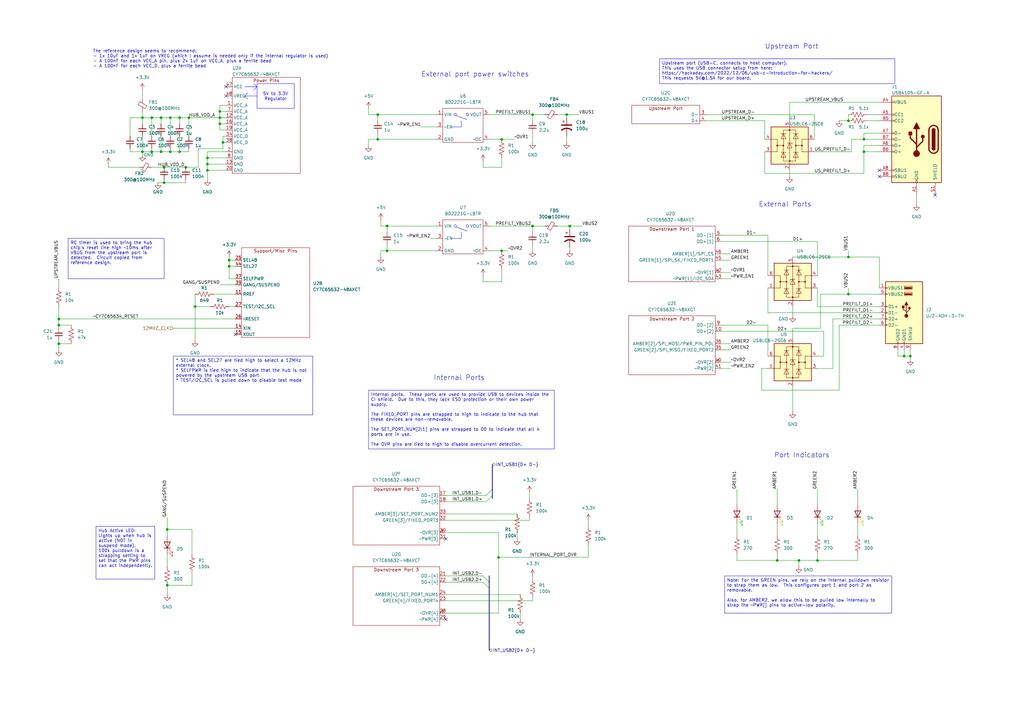
<source format=kicad_sch>
(kicad_sch (version 20230121) (generator eeschema)
  (paper "A3")
  (title_block (title "USB Hub"))
  (junction (at 233.68 92.71))
  (junction (at 93.98 106.68))
  (junction (at 90.17 45.72))
  (junction (at 80.01 125.73))
  (junction (at 77.47 48.26))
  (junction (at 62.23 48.26))
  (junction (at 68.58 240.03))
  (junction (at 205.74 57.15))
  (junction (at 218.44 92.71))
  (junction (at 66.04 48.26))
  (junction (at 62.23 62.23))
  (junction (at 24.13 130.81))
  (junction (at 347.98 105.41))
  (junction (at 67.31 74.93))
  (junction (at 154.94 46.99))
  (junction (at 370.84 146.05))
  (junction (at 58.42 48.26))
  (junction (at 68.58 217.17))
  (junction (at 67.31 68.58))
  (junction (at 69.85 48.26))
  (junction (at 91.44 58.42))
  (junction (at 85.09 64.77))
  (junction (at 69.85 62.23))
  (junction (at 354.33 62.23))
  (junction (at 335.28 229.87))
  (junction (at 85.09 67.31))
  (junction (at 373.38 146.05))
  (junction (at 73.66 62.23))
  (junction (at 90.17 48.26))
  (junction (at 327.66 229.87))
  (junction (at 347.98 49.53))
  (junction (at 24.13 140.97))
  (junction (at 154.94 57.15))
  (junction (at 158.75 102.87))
  (junction (at 73.66 48.26))
  (junction (at 205.74 102.87))
  (junction (at 93.98 109.22))
  (junction (at 347.98 120.65))
  (junction (at 158.75 92.71))
  (junction (at 90.17 50.8))
  (junction (at 58.42 62.23))
  (junction (at 24.13 133.35))
  (junction (at 85.09 69.85))
  (junction (at 354.33 57.15))
  (junction (at 232.41 46.99))
  (junction (at 204.47 228.6))
  (junction (at 76.2 68.58))
  (junction (at 218.44 46.99))
  (junction (at 66.04 62.23))
  (junction (at 318.77 229.87))
  (no_connect (at 96.52 137.16))
  (no_connect (at 360.68 69.85))
  (no_connect (at 92.71 39.37))
  (no_connect (at 360.68 72.39))
  (no_connect (at 182.88 220.98))
  (no_connect (at 383.54 80.01))
  (no_connect (at 92.71 35.56))
  (no_connect (at 182.88 254))
  (bus_entry (at 200.66 241.3) (size -2.54 -2.54))
  (bus_entry (at 201.93 203.2) (size -2.54 2.54))
  (bus_entry (at 201.93 200.66) (size -2.54 2.54))
  (bus_entry (at 200.66 238.76) (size -2.54 -2.54))
  (wire (pts (xy 62.23 48.26) (xy 62.23 55.88)))
  (wire (pts (xy 44.45 68.58) (xy 44.45 67.31)))
  (wire (pts (xy 295.91 104.14) (xy 299.72 104.14)))
  (wire (pts (xy 323.85 49.53) (xy 323.85 41.91)))
  (wire (pts (xy 77.47 62.23) (xy 73.66 62.23)))
  (wire (pts (xy 200.66 46.99) (xy 218.44 46.99)))
  (wire (pts (xy 314.96 96.52) (xy 314.96 113.03)))
  (wire (pts (xy 233.68 93.98) (xy 233.68 92.71)))
  (wire (pts (xy 313.69 62.23) (xy 313.69 71.12)))
  (wire (pts (xy 90.17 45.72) (xy 92.71 45.72)))
  (wire (pts (xy 344.17 160.02) (xy 344.17 133.35)))
  (wire (pts (xy 151.13 59.69) (xy 151.13 57.15)))
  (wire (pts (xy 29.21 140.97) (xy 24.13 140.97)))
  (wire (pts (xy 335.28 99.06) (xy 295.91 99.06)))
  (wire (pts (xy 81.28 68.58) (xy 81.28 60.96)))
  (wire (pts (xy 295.91 151.13) (xy 299.72 151.13)))
  (wire (pts (xy 77.47 60.96) (xy 77.47 62.23)))
  (wire (pts (xy 91.44 58.42) (xy 91.44 55.88)))
  (wire (pts (xy 86.36 125.73) (xy 80.01 125.73)))
  (wire (pts (xy 93.98 106.68) (xy 93.98 105.41)))
  (wire (pts (xy 313.69 71.12) (xy 354.33 71.12)))
  (wire (pts (xy 73.66 55.88) (xy 73.66 62.23)))
  (wire (pts (xy 312.42 151.13) (xy 312.42 160.02)))
  (wire (pts (xy 69.85 60.96) (xy 69.85 62.23)))
  (wire (pts (xy 205.74 64.77) (xy 205.74 68.58)))
  (wire (pts (xy 156.21 105.41) (xy 156.21 102.87)))
  (wire (pts (xy 295.91 111.76) (xy 299.72 111.76)))
  (wire (pts (xy 368.3 143.51) (xy 368.3 146.05)))
  (wire (pts (xy 302.26 227.33) (xy 302.26 229.87)))
  (wire (pts (xy 302.26 214.63) (xy 302.26 219.71)))
  (wire (pts (xy 347.98 105.41) (xy 360.68 105.41)))
  (wire (pts (xy 314.96 96.52) (xy 295.91 96.52)))
  (wire (pts (xy 204.47 251.46) (xy 204.47 228.6)))
  (wire (pts (xy 335.28 214.63) (xy 335.28 219.71)))
  (wire (pts (xy 200.66 92.71) (xy 218.44 92.71)))
  (wire (pts (xy 232.41 55.88) (xy 232.41 58.42)))
  (wire (pts (xy 204.47 228.6) (xy 241.3 228.6)))
  (wire (pts (xy 93.98 106.68) (xy 96.52 106.68)))
  (wire (pts (xy 91.44 60.96) (xy 91.44 58.42)))
  (wire (pts (xy 24.13 125.73) (xy 24.13 130.81)))
  (wire (pts (xy 351.79 214.63) (xy 351.79 219.71)))
  (wire (pts (xy 182.88 210.82) (xy 212.09 210.82)))
  (wire (pts (xy 90.17 116.84) (xy 96.52 116.84)))
  (wire (pts (xy 218.44 54.61) (xy 218.44 58.42)))
  (wire (pts (xy 217.17 201.93) (xy 217.17 204.47)))
  (wire (pts (xy 295.91 148.59) (xy 299.72 148.59)))
  (wire (pts (xy 179.07 46.99) (xy 154.94 46.99)))
  (wire (pts (xy 58.42 48.26) (xy 58.42 50.8)))
  (wire (pts (xy 182.88 243.84) (xy 213.36 243.84)))
  (wire (pts (xy 182.88 238.76) (xy 198.12 238.76)))
  (wire (pts (xy 373.38 143.51) (xy 373.38 146.05)))
  (wire (pts (xy 91.44 58.42) (xy 92.71 58.42)))
  (wire (pts (xy 77.47 48.26) (xy 90.17 48.26)))
  (wire (pts (xy 96.52 114.3) (xy 93.98 114.3)))
  (wire (pts (xy 313.69 49.53) (xy 289.56 49.53)))
  (wire (pts (xy 323.85 69.85) (xy 323.85 72.39)))
  (wire (pts (xy 354.33 62.23) (xy 354.33 71.12)))
  (wire (pts (xy 67.31 73.66) (xy 67.31 74.93)))
  (wire (pts (xy 158.75 92.71) (xy 179.07 92.71)))
  (wire (pts (xy 80.01 120.65) (xy 80.01 125.73)))
  (wire (pts (xy 66.04 48.26) (xy 62.23 48.26)))
  (wire (pts (xy 205.74 102.87) (xy 208.28 102.87)))
  (wire (pts (xy 90.17 50.8) (xy 92.71 50.8)))
  (wire (pts (xy 347.98 49.53) (xy 344.17 49.53)))
  (wire (pts (xy 205.74 57.15) (xy 210.82 57.15)))
  (wire (pts (xy 67.31 68.58) (xy 76.2 68.58)))
  (wire (pts (xy 151.13 46.99) (xy 154.94 46.99)))
  (wire (pts (xy 218.44 92.71) (xy 218.44 95.25)))
  (wire (pts (xy 347.98 102.87) (xy 347.98 105.41)))
  (wire (pts (xy 295.91 106.68) (xy 299.72 106.68)))
  (wire (pts (xy 327.66 229.87) (xy 327.66 232.41)))
  (wire (pts (xy 218.44 245.11) (xy 218.44 246.38)))
  (wire (pts (xy 314.96 128.27) (xy 360.68 128.27)))
  (wire (pts (xy 182.88 218.44) (xy 204.47 218.44)))
  (wire (pts (xy 341.63 130.81) (xy 360.68 130.81)))
  (wire (pts (xy 90.17 53.34) (xy 92.71 53.34)))
  (wire (pts (xy 218.44 46.99) (xy 223.52 46.99)))
  (wire (pts (xy 335.28 229.87) (xy 327.66 229.87)))
  (wire (pts (xy 176.53 97.79) (xy 179.07 97.79)))
  (wire (pts (xy 205.74 68.58) (xy 198.12 68.58)))
  (wire (pts (xy 58.42 36.83) (xy 58.42 40.64)))
  (wire (pts (xy 295.91 143.51) (xy 299.72 143.51)))
  (wire (pts (xy 93.98 114.3) (xy 93.98 109.22)))
  (wire (pts (xy 318.77 229.87) (xy 327.66 229.87)))
  (wire (pts (xy 156.21 92.71) (xy 158.75 92.71)))
  (wire (pts (xy 347.98 46.99) (xy 347.98 49.53)))
  (wire (pts (xy 24.13 139.7) (xy 24.13 140.97)))
  (wire (pts (xy 68.58 217.17) (xy 68.58 212.09)))
  (wire (pts (xy 90.17 48.26) (xy 90.17 50.8)))
  (wire (pts (xy 325.12 168.91) (xy 325.12 158.75)))
  (wire (pts (xy 318.77 200.66) (xy 318.77 207.01)))
  (wire (pts (xy 370.84 146.05) (xy 373.38 146.05)))
  (wire (pts (xy 228.6 46.99) (xy 232.41 46.99)))
  (wire (pts (xy 179.07 57.15) (xy 154.94 57.15)))
  (wire (pts (xy 318.77 227.33) (xy 318.77 229.87)))
  (wire (pts (xy 241.3 228.6) (xy 241.3 223.52)))
  (wire (pts (xy 90.17 45.72) (xy 90.17 48.26)))
  (wire (pts (xy 24.13 134.62) (xy 24.13 133.35)))
  (wire (pts (xy 58.42 62.23) (xy 58.42 63.5)))
  (wire (pts (xy 336.55 120.65) (xy 347.98 120.65)))
  (wire (pts (xy 85.09 73.66) (xy 85.09 69.85)))
  (wire (pts (xy 217.17 212.09) (xy 217.17 213.36)))
  (bus (pts (xy 201.93 203.2) (xy 201.93 204.47)))
  (wire (pts (xy 335.28 151.13) (xy 341.63 151.13)))
  (wire (pts (xy 182.88 251.46) (xy 204.47 251.46)))
  (wire (pts (xy 370.84 143.51) (xy 370.84 146.05)))
  (wire (pts (xy 68.58 217.17) (xy 68.58 219.71)))
  (wire (pts (xy 198.12 115.57) (xy 198.12 113.03)))
  (wire (pts (xy 156.21 102.87) (xy 158.75 102.87)))
  (wire (pts (xy 69.85 62.23) (xy 66.04 62.23)))
  (wire (pts (xy 78.74 234.95) (xy 78.74 240.03)))
  (wire (pts (xy 217.17 213.36) (xy 182.88 213.36)))
  (wire (pts (xy 347.98 120.65) (xy 360.68 120.65)))
  (wire (pts (xy 71.12 134.62) (xy 96.52 134.62)))
  (wire (pts (xy 62.23 68.58) (xy 67.31 68.58)))
  (wire (pts (xy 355.6 49.53) (xy 360.68 49.53)))
  (wire (pts (xy 335.28 227.33) (xy 335.28 229.87)))
  (wire (pts (xy 323.85 41.91) (xy 360.68 41.91)))
  (wire (pts (xy 53.34 48.26) (xy 58.42 48.26)))
  (wire (pts (xy 198.12 68.58) (xy 198.12 66.04)))
  (wire (pts (xy 78.74 217.17) (xy 68.58 217.17)))
  (wire (pts (xy 347.98 118.11) (xy 347.98 120.65)))
  (wire (pts (xy 213.36 251.46) (xy 213.36 254)))
  (wire (pts (xy 354.33 57.15) (xy 349.25 57.15)))
  (wire (pts (xy 154.94 57.15) (xy 154.94 54.61)))
  (wire (pts (xy 360.68 105.41) (xy 360.68 118.11)))
  (wire (pts (xy 182.88 246.38) (xy 218.44 246.38)))
  (wire (pts (xy 228.6 92.71) (xy 233.68 92.71)))
  (wire (pts (xy 337.82 135.89) (xy 337.82 146.05)))
  (wire (pts (xy 295.91 140.97) (xy 299.72 140.97)))
  (bus (pts (xy 201.93 190.5) (xy 201.93 200.66)))
  (wire (pts (xy 151.13 57.15) (xy 154.94 57.15)))
  (wire (pts (xy 85.09 62.23) (xy 92.71 62.23)))
  (wire (pts (xy 76.2 73.66) (xy 76.2 74.93)))
  (wire (pts (xy 351.79 227.33) (xy 351.79 229.87)))
  (wire (pts (xy 218.44 100.33) (xy 218.44 102.87)))
  (wire (pts (xy 151.13 44.45) (xy 151.13 46.99)))
  (wire (pts (xy 335.28 99.06) (xy 335.28 113.03)))
  (wire (pts (xy 62.23 62.23) (xy 58.42 62.23)))
  (wire (pts (xy 295.91 114.3) (xy 299.72 114.3)))
  (wire (pts (xy 289.56 46.99) (xy 334.01 46.99)))
  (wire (pts (xy 78.74 240.03) (xy 68.58 240.03)))
  (wire (pts (xy 24.13 130.81) (xy 24.13 133.35)))
  (wire (pts (xy 334.01 46.99) (xy 334.01 57.15)))
  (wire (pts (xy 368.3 146.05) (xy 370.84 146.05)))
  (wire (pts (xy 85.09 67.31) (xy 92.71 67.31)))
  (wire (pts (xy 354.33 62.23) (xy 354.33 59.69)))
  (wire (pts (xy 233.68 101.6) (xy 233.68 102.87)))
  (wire (pts (xy 93.98 109.22) (xy 93.98 106.68)))
  (wire (pts (xy 375.92 80.01) (xy 375.92 83.82)))
  (wire (pts (xy 335.28 146.05) (xy 337.82 146.05)))
  (wire (pts (xy 334.01 62.23) (xy 349.25 62.23)))
  (wire (pts (xy 93.98 125.73) (xy 96.52 125.73)))
  (wire (pts (xy 295.91 133.35) (xy 314.96 133.35)))
  (wire (pts (xy 66.04 62.23) (xy 62.23 62.23)))
  (wire (pts (xy 336.55 134.62) (xy 325.12 134.62)))
  (wire (pts (xy 360.68 54.61) (xy 354.33 54.61)))
  (bus (pts (xy 200.66 236.22) (xy 200.66 238.76)))
  (wire (pts (xy 90.17 43.18) (xy 90.17 45.72)))
  (wire (pts (xy 24.13 114.3) (xy 24.13 118.11)))
  (wire (pts (xy 85.09 64.77) (xy 85.09 62.23)))
  (wire (pts (xy 172.72 52.07) (xy 179.07 52.07)))
  (wire (pts (xy 81.28 60.96) (xy 91.44 60.96)))
  (wire (pts (xy 313.69 49.53) (xy 313.69 57.15)))
  (wire (pts (xy 85.09 67.31) (xy 85.09 64.77)))
  (wire (pts (xy 73.66 50.8) (xy 73.66 48.26)))
  (wire (pts (xy 302.26 200.66) (xy 302.26 207.01)))
  (wire (pts (xy 360.68 62.23) (xy 354.33 62.23)))
  (wire (pts (xy 66.04 55.88) (xy 66.04 62.23)))
  (wire (pts (xy 312.42 151.13) (xy 314.96 151.13)))
  (wire (pts (xy 158.75 92.71) (xy 158.75 95.25)))
  (wire (pts (xy 354.33 54.61) (xy 354.33 57.15)))
  (wire (pts (xy 53.34 62.23) (xy 58.42 62.23)))
  (wire (pts (xy 44.45 68.58) (xy 57.15 68.58)))
  (bus (pts (xy 200.66 238.76) (xy 200.66 241.3)))
  (wire (pts (xy 91.44 55.88) (xy 92.71 55.88)))
  (wire (pts (xy 335.28 125.73) (xy 360.68 125.73)))
  (wire (pts (xy 351.79 200.66) (xy 351.79 207.01)))
  (wire (pts (xy 77.47 55.88) (xy 77.47 48.26)))
  (wire (pts (xy 325.12 105.41) (xy 347.98 105.41)))
  (wire (pts (xy 218.44 92.71) (xy 223.52 92.71)))
  (wire (pts (xy 73.66 62.23) (xy 69.85 62.23)))
  (wire (pts (xy 233.68 92.71) (xy 238.76 92.71)))
  (wire (pts (xy 218.44 236.22) (xy 218.44 237.49)))
  (wire (pts (xy 232.41 46.99) (xy 237.49 46.99)))
  (wire (pts (xy 318.77 214.63) (xy 318.77 219.71)))
  (wire (pts (xy 158.75 102.87) (xy 179.07 102.87)))
  (wire (pts (xy 205.74 115.57) (xy 198.12 115.57)))
  (wire (pts (xy 92.71 43.18) (xy 90.17 43.18)))
  (wire (pts (xy 69.85 48.26) (xy 66.04 48.26)))
  (wire (pts (xy 80.01 125.73) (xy 80.01 139.7)))
  (wire (pts (xy 200.66 102.87) (xy 205.74 102.87)))
  (wire (pts (xy 68.58 227.33) (xy 68.58 232.41)))
  (wire (pts (xy 76.2 68.58) (xy 81.28 68.58)))
  (wire (pts (xy 325.12 125.73) (xy 325.12 129.54)))
  (wire (pts (xy 205.74 110.49) (xy 205.74 115.57)))
  (wire (pts (xy 200.66 57.15) (xy 205.74 57.15)))
  (wire (pts (xy 77.47 48.26) (xy 73.66 48.26)))
  (wire (pts (xy 66.04 48.26) (xy 66.04 50.8)))
  (wire (pts (xy 295.91 135.89) (xy 337.82 135.89)))
  (wire (pts (xy 302.26 229.87) (xy 318.77 229.87)))
  (bus (pts (xy 200.66 241.3) (xy 200.66 266.7)))
  (wire (pts (xy 156.21 90.17) (xy 156.21 92.71)))
  (wire (pts (xy 355.6 46.99) (xy 360.68 46.99)))
  (wire (pts (xy 53.34 55.88) (xy 53.34 48.26)))
  (wire (pts (xy 58.42 55.88) (xy 58.42 62.23)))
  (wire (pts (xy 182.88 205.74) (xy 199.39 205.74)))
  (wire (pts (xy 24.13 133.35) (xy 29.21 133.35)))
  (wire (pts (xy 68.58 240.03) (xy 68.58 243.84)))
  (wire (pts (xy 335.28 229.87) (xy 351.79 229.87)))
  (wire (pts (xy 218.44 49.53) (xy 218.44 46.99)))
  (wire (pts (xy 90.17 48.26) (xy 92.71 48.26)))
  (wire (pts (xy 58.42 45.72) (xy 58.42 48.26)))
  (wire (pts (xy 312.42 160.02) (xy 344.17 160.02)))
  (wire (pts (xy 341.63 151.13) (xy 341.63 130.81)))
  (wire (pts (xy 67.31 74.93) (xy 64.77 74.93)))
  (wire (pts (xy 212.09 218.44) (xy 212.09 220.98)))
  (wire (pts (xy 73.66 48.26) (xy 69.85 48.26)))
  (wire (pts (xy 349.25 57.15) (xy 349.25 62.23)))
  (wire (pts (xy 87.63 120.65) (xy 96.52 120.65)))
  (wire (pts (xy 373.38 146.05) (xy 373.38 147.32)))
  (wire (pts (xy 78.74 227.33) (xy 78.74 217.17)))
  (wire (pts (xy 325.12 134.62) (xy 325.12 138.43)))
  (wire (pts (xy 154.94 46.99) (xy 154.94 49.53)))
  (wire (pts (xy 62.23 48.26) (xy 58.42 48.26)))
  (wire (pts (xy 314.96 118.11) (xy 314.96 128.27)))
  (wire (pts (xy 354.33 59.69) (xy 360.68 59.69)))
  (wire (pts (xy 85.09 69.85) (xy 92.71 69.85)))
  (wire (pts (xy 335.28 118.11) (xy 335.28 125.73)))
  (wire (pts (xy 96.52 109.22) (xy 93.98 109.22)))
  (wire (pts (xy 24.13 130.81) (xy 96.52 130.81)))
  (wire (pts (xy 344.17 133.35) (xy 360.68 133.35)))
  (wire (pts (xy 354.33 57.15) (xy 360.68 57.15)))
  (wire (pts (xy 241.3 213.36) (xy 241.3 215.9)))
  (wire (pts (xy 182.88 236.22) (xy 198.12 236.22)))
  (wire (pts (xy 232.41 46.99) (xy 232.41 48.26)))
  (wire (pts (xy 24.13 140.97) (xy 24.13 143.51)))
  (wire (pts (xy 90.17 50.8) (xy 90.17 53.34)))
  (wire (pts (xy 69.85 48.26) (xy 69.85 55.88)))
  (wire (pts (xy 335.28 200.66) (xy 335.28 207.01)))
  (wire (pts (xy 314.96 133.35) (xy 314.96 146.05)))
  (wire (pts (xy 85.09 69.85) (xy 85.09 67.31)))
  (wire (pts (xy 182.88 203.2) (xy 199.39 203.2)))
  (wire (pts (xy 336.55 120.65) (xy 336.55 134.62)))
  (wire (pts (xy 76.2 74.93) (xy 67.31 74.93)))
  (wire (pts (xy 204.47 218.44) (xy 204.47 228.6)))
  (wire (pts (xy 53.34 60.96) (xy 53.34 62.23)))
  (wire (pts (xy 85.09 64.77) (xy 92.71 64.77)))
  (wire (pts (xy 62.23 60.96) (xy 62.23 62.23)))
  (wire (pts (xy 158.75 100.33) (xy 158.75 102.87)))
  (bus (pts (xy 201.93 200.66) (xy 201.93 203.2)))
  (text_box "Hub Active LED:\nLights up when hub is active (NOT in suspend mode).  \n100k pulldown is a strapping setting to set that the PWR pins can act independently." (at 39.37 215.9 0) (size 24.13 21.59) (effects (font (size 1.27 1.27)) (justify left top)))
  (text_box "Internal ports.  These ports are used to provide USB to devices inside the CI shield.  Due to this, they lack ESD protection or their own power supply.\n\nThe FIXED_PORT pins are strapped to high to indicate to the hub that these devices are non-removable.\n\nThe SET_PORT_NUM[2:1] pins are strapped to 00 to indicate that all 4 ports are in use.\n\nThe OVR pins are tied to high to disable overcurrent detection." (at 151.13 160.02 0) (size 76.2 24.13) (effects (font (size 1.27 1.27)) (justify left top)))
  (text_box "Note: For the GREEN pins, we rely on the internal pulldown resistor to strap them as low.  This configures port 1 and port 2 as removable.\n\nAlso, for AMBER2, we allow this to be pulled low internally to strap the ~PWR[] pins to active-low polarity." (at 297.18 236.22 0) (size 68.58 15.24) (effects (font (size 1.27 1.27)) (justify left top)))
  (text_box "Upstream port (USB-C, connects to host computer).\nThis uses the USB connector setup from here:\nhttps://hackaday.com/2022/12/06/usb-c-introduction-for-hackers/\nThis requests 5V@1.5A for our board." (at 270.51 24.13 0) (size 96.52 10.16) (effects (font (size 1.27 1.27)) (justify left top)))
  (text_box "RC timer is used to bring the hub chip's reset line high ~10ms after VBUS from the upstream port is detected.  Circuit copied from reference design." (at 27.94 97.79 0) (size 39.37 16.51) (effects (font (size 1.27 1.27)) (justify left top)))
  (text_box "* SEL48 and SEL27 are tied high to select a 12MHz external clock.\n* SELFPWR is tied high to indicate that the hub is not powered by the upstream USB port\n* TEST/I2C_SCL is pulled down to disable test mode" (at 71.12 146.05 0) (size 57.15 24.13) (effects (font (size 1.27 1.27)) (justify left top)))
  (text "Port Indicators" (at 317.5 187.96 0) (effects (font (size 2 2)) (justify left bottom)))
  (text "External port power switches" (at 172.72 31.75 0) (effects (font (size 2 2)) (justify left bottom)))
  (text "External Ports" (at 311.15 85.09 0) (effects (font (size 2 2)) (justify left bottom)))
  (text "The reference design seems to recommend:\n- 1x 10uF and 1x 1uF on VREG (which I assume is needed only if the internal regulator is used)\n- A 100nF for each VCC_A pin, plus 2x 1uF on VCC_A, plus a ferrite bead\n- A 100nF for each VCC_D, plus a ferrite bead" (at 38.1 27.94 0) (effects (font (size 1.27 1.27)) (justify left bottom)))
  (text "Upstream Port" (at 313.69 20.32 0) (effects (font (size 2 2)) (justify left bottom)))
  (text "Internal Ports" (at 177.8 156.21 0) (effects (font (size 2 2)) (justify left bottom)))
  (label "GREEN1" (at 299.72 106.68 0))
  (label "INT_USB1.D+" (at 185.42 205.74 0))
  (label "VBUS2" (at 238.76 92.71 0))
  (label "AMBER1" (at 299.72 104.14 0))
  (label "PREFILT_D1-" (at 358.14 128.27 180))
  (label "GREEN2" (at 299.72 143.51 0))
  (label "PREFILT_VBUS2" (at 203.2 92.71 0))
  (label "GANG{slash}SUSPEND" (at 90.17 116.84 180))
  (label "GANG{slash}SUSPEND" (at 68.58 212.09 90))
  (label "D1+" (at 325.12 99.06 0))
  (label "~OVR1" (at 299.72 111.76 0))
  (label "UPSTREAM_VBUS" (at 24.13 114.3 90))
  (label "D2-" (at 306.07 133.35 0))
  (label "PREFILT_D2+" (at 358.14 130.81 180))
  (label "D1-" (at 306.07 96.52 0))
  (label "PREFILT_VBUS1" (at 203.2 46.99 0))
  (label "~PWR_EN2" (at 176.53 97.79 180))
  (label "AMBER2" (at 299.72 140.97 0))
  (label "UPSTREAM_D-" (at 295.91 46.99 0))
  (label "AMBER2" (at 351.79 200.66 90))
  (label "AMBER1" (at 318.77 200.66 90))
  (label "INT_USB2.D-" (at 185.42 236.22 0))
  (label "UPSTREAM_VBUS" (at 330.2 41.91 0))
  (label "VBUS1" (at 237.49 46.99 0))
  (label "~OVR1" (at 210.82 57.15 0))
  (label "INTERNAL_PORT_OVR" (at 217.17 228.6 0))
  (label "INT_USB1.D-" (at 185.42 203.2 0))
  (label "~OVR2" (at 208.28 102.87 0))
  (label "PREFILT_D2-" (at 358.14 133.35 180))
  (label "US_PREFILT_D+" (at 334.01 71.12 0))
  (label "~OVR2" (at 299.72 148.59 0))
  (label "~PWR_EN2" (at 299.72 151.13 0))
  (label "D2+" (at 318.77 135.89 0))
  (label "INT_USB2.D+" (at 185.42 238.76 0))
  (label "VBUS2" (at 347.98 118.11 90))
  (label "UPSTREAM_D+" (at 295.91 49.53 0))
  (label "~PWR_EN1" (at 299.72 114.3 0))
  (label "US_PREFILT_D-" (at 334.01 62.23 0))
  (label "HUB_VDD_D" (at 64.77 68.58 0))
  (label "VBUS1" (at 347.98 102.87 90))
  (label "GREEN1" (at 302.26 200.66 90))
  (label "PREFILT_D1+" (at 358.14 125.73 180))
  (label "~CY7C65634_RESET" (at 38.1 130.81 0))
  (label "~PWR_EN1" (at 172.72 52.07 180))
  (label "GREEN2" (at 335.28 200.66 90))
  (label "HUB_VDD_A" (at 77.47 48.26 0))
  (hierarchical_label "INT_USB1{D+ D-}" (shape bidirectional) (at 201.93 190.5 0))
  (hierarchical_label "INT_USB2{D+ D-}" (shape bidirectional) (at 200.66 266.7 0))
  (hierarchical_label "12MHZ_CLK" (shape input) (at 71.12 134.62 180))
  (symbol (lib_id "Device:C_Small") (at 218.44 97.79 180) (unit 1)
    (property "Reference" "C19" (at 220.98 96.5136 0) (effects (justify right)))
    (property "Value" "2.2u" (at 220.98 99.0536 0) (effects (justify right)))
    (property "Footprint" "Capacitor_SMD:C_1206_3216Metric" (effects hide))
  )
  (symbol (lib_id "Device:R_US") (at 241.3 219.71 0) (unit 1)
    (property "Reference" "R1" (at 243.84 218.44 0) (effects (justify left)))
    (property "Value" "100k" (at 243.84 220.98 0) (effects (justify left)))
    (property "Footprint" "Resistor_SMD:R_1206_3216Metric" (effects hide))
    (instances (project "mbed-ce-ci-shield-v2" (path "" (reference "R1") (unit 1)) (path "" (reference "R8") (unit 1))))
  )
  (symbol (lib_id "Device:R_US") (at 302.26 223.52 0) (unit 1)
    (property "Reference" "R1" (at 304.8 222.25 0) (effects (justify left)))
    (property "Value" "270" (at 304.8 224.79 0) (effects (justify left)))
    (property "Footprint" "Resistor_SMD:R_1206_3216Metric" (effects hide))
    (instances (project "mbed-ce-ci-shield-v2" (path "" (reference "R1") (unit 1)) (path "" (reference "R17") (unit 1))))
  )
  (symbol (lib_id "project libraries:BD2221G-LBTR") (at 177.8 57.15 0) (unit 1)
    (property "Reference" "U6" (at 189.865 39.37 0))
    (property "Value" "BD2221G-LBTR" (at 189.865 41.91 0))
    (property "Footprint" "Package_TO_SOT_SMD:SOT-23-5" (effects hide))
    (property "Datasheet" "https://www.digikey.com/htmldatasheets/production/1836544/0/0/1/bd2220g-lb-bd2221g-lb.pdf" (effects hide))
    (property "SKU" "BD2221G-LBTRCT-ND" (effects hide))
  )
  (symbol (lib_id "power:GND") (at 232.41 58.42 0) (unit 1)
    (property "Reference" "#PWR01" (effects hide))
    (property "Value" "GND" (at 232.41 63.5 0))
    (instances (project "mbed-ce-ci-shield-v2" (path "" (reference "#PWR01") (unit 1)) (path "" (reference "#PWR034") (unit 1))))
  )
  (symbol (lib_id "project libraries:CY7C65632-48AXCT") (at 99.06 101.6 0) (unit 2)
    (property "Reference" "U2" (at 128.27 116.205 0) (effects (justify left)))
    (property "Value" "CY7C65632-48AXCT" (at 128.27 118.745 0) (effects (justify left)))
    (property "Footprint" "Package_QFP:LQFP-48_7x7mm_P0.5mm" (effects hide))
    (property "Datasheet" "https://www.cypress.com/file/114101/download" (effects hide))
    (property "SKU" "448-CY7C65632-48AXCT-ND" (effects hide))
  )
  (symbol (lib_id "Device:C_Small") (at 53.34 58.42 180) (unit 1)
    (property "Reference" "C7" (at 55.88 57.1436 0) (effects (justify right)))
    (property "Value" "100n" (at 55.88 59.6836 0) (effects (justify right)))
    (property "Footprint" "Capacitor_SMD:C_1206_3216Metric" (effects hide))
  )
  (symbol (lib_id "project libraries:CY7C65632-48AXCT") (at 262.89 129.54 0) (unit 5)
    (property "Reference" "U2" (at 275.59 124.46 0))
    (property "Value" "CY7C65632-48AXCT" (at 275.59 127 0))
    (property "Footprint" "Package_QFP:LQFP-48_7x7mm_P0.5mm" (effects hide))
    (property "Datasheet" "https://www.cypress.com/file/114101/download" (effects hide))
    (property "SKU" "448-CY7C65632-48AXCT-ND" (effects hide))
  )
  (symbol (lib_id "Device:R_US") (at 205.74 60.96 0) (unit 1)
    (property "Reference" "R1" (at 208.28 59.69 0) (effects (justify left)))
    (property "Value" "100k" (at 208.28 62.23 0) (effects (justify left)))
    (property "Footprint" "Resistor_SMD:R_1206_3216Metric" (effects hide))
    (instances (project "mbed-ce-ci-shield-v2" (path "" (reference "R1") (unit 1)) (path "" (reference "R9") (unit 1))))
  )
  (symbol (lib_id "Device:R_US") (at 351.79 49.53 270) (unit 1)
    (property "Reference" "R1" (at 349.25 52.07 90))
    (property "Value" "5.1k" (at 354.33 52.07 90))
    (property "Footprint" "Resistor_SMD:R_1206_3216Metric" (effects hide))
    (instances (project "mbed-ce-ci-shield-v2" (path "" (reference "R1") (unit 1)) (path "" (reference "R3") (unit 1))))
  )
  (symbol (lib_id "power:GND") (at 151.13 59.69 0) (unit 1)
    (property "Reference" "#PWR01" (effects hide))
    (property "Value" "GND" (at 151.13 64.77 0))
    (instances (project "mbed-ce-ci-shield-v2" (path "" (reference "#PWR01") (unit 1)) (path "" (reference "#PWR018") (unit 1))))
  )
  (symbol (lib_id "power:GND") (at 375.92 83.82 0) (unit 1)
    (property "Reference" "#PWR01" (effects hide))
    (property "Value" "GND" (at 375.92 88.9 0))
    (instances (project "mbed-ce-ci-shield-v2" (path "" (reference "#PWR01") (unit 1)) (path "" (reference "#PWR07") (unit 1))))
  )
  (symbol (lib_id "power:GND") (at 218.44 58.42 0) (unit 1)
    (property "Reference" "#PWR01" (effects hide))
    (property "Value" "GND" (at 218.44 63.5 0))
    (instances (project "mbed-ce-ci-shield-v2" (path "" (reference "#PWR01") (unit 1)) (path "" (reference "#PWR033") (unit 1))))
  )
  (symbol (lib_id "Device:C_Small") (at 24.13 137.16 0) (mirror x) (unit 1)
    (property "Reference" "C21" (at 21.59 135.8836 0) (effects (justify right)))
    (property "Value" "1u" (at 21.59 138.4236 0) (effects (justify right)))
    (property "Footprint" "Capacitor_SMD:C_1206_3216Metric" (effects hide))
  )
  (symbol (lib_id "Device:R_US") (at 351.79 223.52 0) (unit 1)
    (property "Reference" "R1" (at 354.33 222.25 0) (effects (justify left)))
    (property "Value" "300" (at 354.33 224.79 0) (effects (justify left)))
    (property "Footprint" "Resistor_SMD:R_1206_3216Metric" (effects hide))
    (instances (project "mbed-ce-ci-shield-v2" (path "" (reference "R1") (unit 1)) (path "" (reference "R20") (unit 1))))
  )
  (symbol (lib_id "Device:C_Small") (at 69.85 58.42 180) (unit 1)
    (property "Reference" "C2" (at 72.39 57.1436 0) (effects (justify right)))
    (property "Value" "100n" (at 72.39 59.6836 0) (effects (justify right)))
    (property "Footprint" "Capacitor_SMD:C_1206_3216Metric" (effects hide))
  )
  (symbol (lib_id "power:GND") (at 325.12 168.91 0) (unit 1)
    (property "Reference" "#PWR01" (effects hide))
    (property "Value" "GND" (at 325.12 173.99 0))
    (instances (project "mbed-ce-ci-shield-v2" (path "" (reference "#PWR01") (unit 1)) (path "" (reference "#PWR011") (unit 1))))
  )
  (symbol (lib_id "power:+5V") (at 156.21 90.17 0) (unit 1)
    (property "Reference" "#PWR020" (effects hide))
    (property "Value" "+5V" (at 156.21 85.09 0))
  )
  (symbol (lib_id "ColorLEDs:AA3528SURSK") (at 68.58 223.52 90) (unit 1)
    (property "Reference" "D5" (at 72.39 225.1075 90) (effects (justify right)))
    (property "Value" "AA3528SURSK" (effects hide))
    (property "Footprint" "ColorLEDs:AA3528" (effects hide))
    (property "Datasheet" "https://www.kingbrightusa.com/images/catalog/SPEC/AA3528SURSK.pdf" (effects hide))
    (property "SKU" "754-1537-1-ND" (effects hide))
  )
  (symbol (lib_id "Device:C_Polarized_US") (at 232.41 52.07 0) (unit 1)
    (property "Reference" "C18" (at 236.22 50.165 0) (effects (justify left)))
    (property "Value" "100u" (at 236.22 52.705 0) (effects (justify left)))
    (property "Footprint" "Capacitor_THT:CP_Radial_D8.0mm_P3.50mm" (effects hide))
    (property "Datasheet" "https://www.mouser.com/datasheet/2/293/e_rl8-1889936.pdf" (effects hide))
    (property "SKU" "493-6630-1-ND" (effects hide))
  )
  (symbol (lib_id "power:GND") (at 373.38 147.32 0) (unit 1)
    (property "Reference" "#PWR01" (effects hide))
    (property "Value" "GND" (at 373.38 152.4 0))
    (instances (project "mbed-ce-ci-shield-v2" (path "" (reference "#PWR01") (unit 1)) (path "" (reference "#PWR010") (unit 1))))
  )
  (symbol (lib_id "Device:R_US") (at 90.17 125.73 90) (unit 1)
    (property "Reference" "R1" (at 90.17 123.19 90))
    (property "Value" "10k" (at 90.17 128.27 90))
    (property "Footprint" "Resistor_SMD:R_1206_3216Metric" (effects hide))
    (instances (project "mbed-ce-ci-shield-v2" (path "" (reference "R1") (unit 1)) (path "" (reference "R15") (unit 1))))
  )
  (symbol (lib_id "power:+5V") (at 151.13 44.45 0) (unit 1)
    (property "Reference" "#PWR017" (effects hide))
    (property "Value" "+5V" (at 151.13 39.37 0))
  )
  (symbol (lib_id "project libraries:CY7C65632-48AXCT") (at 262.89 92.71 0) (unit 4)
    (property "Reference" "U2" (at 274.955 87.63 0))
    (property "Value" "CY7C65632-48AXCT" (at 274.955 90.17 0))
    (property "Footprint" "Package_QFP:LQFP-48_7x7mm_P0.5mm" (effects hide))
    (property "Datasheet" "https://www.cypress.com/file/114101/download" (effects hide))
    (property "SKU" "448-CY7C65632-48AXCT-ND" (effects hide))
  )
  (symbol (lib_id "Device:R_US") (at 318.77 223.52 0) (unit 1)
    (property "Reference" "R1" (at 321.31 222.25 0) (effects (justify left)))
    (property "Value" "300" (at 321.31 224.79 0) (effects (justify left)))
    (property "Footprint" "Resistor_SMD:R_1206_3216Metric" (effects hide))
    (instances (project "mbed-ce-ci-shield-v2" (path "" (reference "R1") (unit 1)) (path "" (reference "R19") (unit 1))))
  )
  (symbol (lib_id "power:GND") (at 24.13 143.51 0) (unit 1)
    (property "Reference" "#PWR01" (effects hide))
    (property "Value" "GND" (at 24.13 148.59 0))
    (instances (project "mbed-ce-ci-shield-v2" (path "" (reference "#PWR01") (unit 1)) (path "" (reference "#PWR037") (unit 1))))
  )
  (symbol (lib_id "power:+3.3V") (at 217.17 201.93 0) (unit 1)
    (property "Reference" "#PWR040" (effects hide))
    (property "Value" "+3.3V" (at 217.17 196.85 0))
  )
  (symbol (lib_id "Power_Protection:USBLC6-2SC6") (at 325.12 115.57 0) (unit 1)
    (property "Reference" "U4" (at 326.7711 102.87 0) (effects (justify left)))
    (property "Value" "USBLC6-2SC6" (at 326.7711 105.41 0) (effects (justify left)))
    (property "Footprint" "Package_TO_SOT_SMD:SOT-23-6" (effects hide))
    (property "Datasheet" "https://www.st.com/resource/en/datasheet/usblc6-2.pdf" (effects hide))
    (property "SKU" "497-5235-1-ND" (effects hide))
  )
  (symbol (lib_id "power:GND") (at 327.66 232.41 0) (unit 1)
    (property "Reference" "#PWR01" (effects hide))
    (property "Value" "GND" (at 331.47 233.68 0))
    (instances (project "mbed-ce-ci-shield-v2" (path "" (reference "#PWR01") (unit 1)) (path "" (reference "#PWR039") (unit 1))))
  )
  (symbol (lib_id "power:GND") (at 344.17 49.53 0) (unit 1)
    (property "Reference" "#PWR01" (effects hide))
    (property "Value" "GND" (at 344.17 54.61 0))
    (instances (project "mbed-ce-ci-shield-v2" (path "" (reference "#PWR01") (unit 1)) (path "" (reference "#PWR08") (unit 1))))
  )
  (symbol (lib_id "Device:C_Small") (at 218.44 52.07 180) (unit 1)
    (property "Reference" "C9" (at 220.98 50.7936 0) (effects (justify right)))
    (property "Value" "2.2u" (at 220.98 53.3336 0) (effects (justify right)))
    (property "Footprint" "Capacitor_SMD:C_1206_3216Metric" (effects hide))
  )
  (symbol (lib_id "Device:C_Small") (at 76.2 71.12 180) (unit 1)
    (property "Reference" "C11" (at 78.74 69.8436 0) (effects (justify right)))
    (property "Value" "100n" (at 78.74 72.3836 0) (effects (justify right)))
    (property "Footprint" "Capacitor_SMD:C_1206_3216Metric" (effects hide))
  )
  (symbol (lib_id "power:GND") (at 156.21 105.41 0) (unit 1)
    (property "Reference" "#PWR01" (effects hide))
    (property "Value" "GND" (at 156.21 110.49 0))
    (instances (project "mbed-ce-ci-shield-v2" (path "" (reference "#PWR01") (unit 1)) (path "" (reference "#PWR021") (unit 1))))
  )
  (symbol (lib_id "Device:C_Small") (at 66.04 53.34 180) (unit 1)
    (property "Reference" "C4" (at 68.58 52.0636 0) (effects (justify right)))
    (property "Value" "100n" (at 68.58 54.6036 0) (effects (justify right)))
    (property "Footprint" "Capacitor_SMD:C_1206_3216Metric" (effects hide))
  )
  (symbol (lib_id "Device:C_Small") (at 158.75 97.79 180) (unit 1)
    (property "Reference" "C15" (at 161.29 96.5136 0) (effects (justify right)))
    (property "Value" "1u" (at 161.29 99.0536 0) (effects (justify right)))
    (property "Footprint" "Capacitor_SMD:C_1206_3216Metric" (effects hide))
  )
  (symbol (lib_id "Device:R_US") (at 68.58 236.22 0) (unit 1)
    (property "Reference" "R1" (at 71.12 234.95 0) (effects (justify left)))
    (property "Value" "300" (at 71.12 237.49 0) (effects (justify left)))
    (property "Footprint" "Resistor_SMD:R_1206_3216Metric" (effects hide))
    (instances (project "mbed-ce-ci-shield-v2" (path "" (reference "R1") (unit 1)) (path "" (reference "R21") (unit 1))))
  )
  (symbol (lib_id "Device:FerriteBead_Small") (at 226.06 46.99 90) (unit 1)
    (property "Reference" "FB4" (at 227.33 40.64 90))
    (property "Value" "300@100MHz" (at 227.33 43.18 90))
    (property "Footprint" "Resistor_SMD:R_1206_3216Metric" (effects hide))
    (property "SKU" "732-4654-1-ND" (effects hide))
  )
  (symbol (lib_id "Device:C_Polarized_US") (at 233.68 97.79 0) (unit 1)
    (property "Reference" "C20" (at 237.49 95.885 0) (effects (justify left)))
    (property "Value" "100u" (at 237.49 98.425 0) (effects (justify left)))
    (property "Footprint" "Capacitor_THT:CP_Radial_D8.0mm_P3.50mm" (effects hide))
  )
  (symbol (lib_id "power:GND") (at 85.09 73.66 0) (unit 1)
    (property "Reference" "#PWR01" (effects hide))
    (property "Value" "GND" (at 85.09 78.74 0))
    (instances (project "mbed-ce-ci-shield-v2" (path "" (reference "#PWR01") (unit 1)) (path "" (reference "#PWR03") (unit 1))))
  )
  (symbol (lib_id "Connector:USB_C_Receptacle_USB2.0") (at 375.92 57.15 0) (mirror y) (unit 1)
    (property "Reference" "J1" (at 365.76 35.56 0) (effects (justify right)))
    (property "Value" "USB4105-GF-A" (at 365.76 38.1 0) (effects (justify right)))
    (property "Footprint" "Connector_USB:USB_C_Receptacle_GCT_USB4105-xx-A_16P_TopMnt_Horizontal" (effects hide))
    (property "Datasheet" "https://www.usb.org/sites/default/files/documents/usb_type-c.zip" (effects hide))
    (property "SKU" "2073-USB4105-GF-ACT-ND" (effects hide))
    (instances (project "mbed-ce-ci-shield-v2" (path "" (reference "J1") (unit 1)) (path "" (reference "J3") (unit 1))))
  )
  (symbol (lib_id "power:+3.3V") (at 198.12 113.03 0) (unit 1)
    (property "Reference" "#PWR022" (effects hide))
    (property "Value" "+3.3V" (at 198.12 107.95 0))
  )
  (symbol (lib_id "power:GND") (at 212.09 220.98 0) (unit 1)
    (property "Reference" "#PWR01" (effects hide))
    (property "Value" "GND" (at 212.09 226.06 0))
    (instances (project "mbed-ce-ci-shield-v2" (path "" (reference "#PWR01") (unit 1)) (path "" (reference "#PWR013") (unit 1))))
  )
  (symbol (lib_id "Device:R_US") (at 213.36 247.65 0) (unit 1)
    (property "Reference" "R1" (at 208.28 250.19 0) (effects (justify left)))
    (property "Value" "100k" (at 208.28 252.73 0) (effects (justify left)))
    (property "Footprint" "Resistor_SMD:R_1206_3216Metric" (effects hide))
    (instances (project "mbed-ce-ci-shield-v2" (path "" (reference "R1") (unit 1)) (path "" (reference "R6") (unit 1))))
  )
  (symbol (lib_id "project libraries:CY7C65632-48AXCT") (at 148.59 232.41 0) (unit 7)
    (property "Reference" "U2" (at 162.56 227.33 0))
    (property "Value" "CY7C65632-48AXCT" (at 162.56 229.87 0))
    (property "Footprint" "Package_QFP:LQFP-48_7x7mm_P0.5mm" (effects hide))
    (property "Datasheet" "https://www.cypress.com/file/114101/download" (effects hide))
    (property "SKU" "448-CY7C65632-48AXCT-ND" (effects hide))
  )
  (symbol (lib_id "Device:R_US") (at 212.09 214.63 0) (unit 1)
    (property "Reference" "R1" (at 207.01 217.17 0) (effects (justify left)))
    (property "Value" "100k" (at 207.01 219.71 0) (effects (justify left)))
    (property "Footprint" "Resistor_SMD:R_1206_3216Metric" (effects hide))
    (instances (project "mbed-ce-ci-shield-v2" (path "" (reference "R1") (unit 1)) (path "" (reference "R7") (unit 1))))
  )
  (symbol (lib_id "Device:FerriteBead_Small") (at 58.42 43.18 0) (unit 1)
    (property "Reference" "FB1" (at 60.96 41.8719 0) (effects (justify left)))
    (property "Value" "300@100MHz" (at 60.96 44.4119 0) (effects (justify left)))
    (property "Footprint" "Resistor_SMD:R_1206_3216Metric" (effects hide))
    (property "SKU" "732-4654-1-ND" (effects hide))
  )
  (symbol (lib_id "Device:C_Small") (at 77.47 58.42 180) (unit 1)
    (property "Reference" "C8" (at 80.01 57.1436 0) (effects (justify right)))
    (property "Value" "1u" (at 80.01 59.6836 0) (effects (justify right)))
    (property "Footprint" "Capacitor_SMD:C_1206_3216Metric" (effects hide))
  )
  (symbol (lib_id "power:GND") (at 64.77 74.93 0) (unit 1)
    (property "Reference" "#PWR01" (effects hide))
    (property "Value" "GND" (at 64.77 78.74 0))
    (instances (project "mbed-ce-ci-shield-v2" (path "" (reference "#PWR01") (unit 1)) (path "" (reference "#PWR06") (unit 1))))
  )
  (symbol (lib_id "ColorLEDs:AA3528CGSK") (at 335.28 210.82 90) (unit 1)
    (property "Reference" "D2" (at 339.09 212.4075 90) (effects (justify right)))
    (property "Value" "AA3528CGSK" (effects hide))
    (property "Footprint" "ColorLEDs:AA3528" (effects hide))
    (property "Datasheet" "https://www.kingbrightusa.com/images/catalog/SPEC/AA3528VRVCS-A.pdf" (effects hide))
    (property "SKU" "754-1528-1-ND" (effects hide))
  )
  (symbol (lib_id "power:+3.3V") (at 241.3 213.36 0) (unit 1)
    (property "Reference" "#PWR041" (effects hide))
    (property "Value" "+3.3V" (at 241.3 208.28 0))
  )
  (symbol (lib_id "Power_Protection:USBLC6-2SC6") (at 325.12 148.59 0) (unit 1)
    (property "Reference" "U5" (at 320.04 137.16 0) (effects (justify left)))
    (property "Value" "USBLC6-2SC6" (at 308.61 139.7 0) (effects (justify left)))
    (property "Footprint" "Package_TO_SOT_SMD:SOT-23-6" (effects hide))
    (property "Datasheet" "https://www.st.com/resource/en/datasheet/usblc6-2.pdf" (effects hide))
    (property "SKU" "497-5235-1-ND" (effects hide))
  )
  (symbol (lib_id "Device:C_Small") (at 58.42 53.34 180) (unit 1)
    (property "Reference" "C3" (at 60.96 52.0636 0) (effects (justify right)))
    (property "Value" "100n" (at 60.96 54.6036 0) (effects (justify right)))
    (property "Footprint" "Capacitor_SMD:C_1206_3216Metric" (effects hide))
  )
  (symbol (lib_id "power:+3.3V") (at 218.44 236.22 0) (unit 1)
    (property "Reference" "#PWR042" (effects hide))
    (property "Value" "+3.3V" (at 218.44 231.14 0))
  )
  (symbol (lib_id "Device:R_US") (at 83.82 120.65 270) (unit 1)
    (property "Reference" "R1" (at 83.82 118.11 90))
    (property "Value" "649" (at 83.82 123.19 90))
    (property "Footprint" "Resistor_SMD:R_1206_3216Metric" (effects hide))
  )
  (symbol (lib_id "project libraries:CY7C65632-48AXCT") (at 148.59 199.39 0) (unit 6)
    (property "Reference" "U2" (at 162.56 194.31 0))
    (property "Value" "CY7C65632-48AXCT" (at 162.56 196.85 0))
    (property "Footprint" "Package_QFP:LQFP-48_7x7mm_P0.5mm" (effects hide))
    (property "Datasheet" "https://www.cypress.com/file/114101/download" (effects hide))
    (property "SKU" "448-CY7C65632-48AXCT-ND" (effects hide))
  )
  (symbol (lib_id "Device:R_US") (at 205.74 106.68 0) (unit 1)
    (property "Reference" "R1" (at 208.28 105.41 0) (effects (justify left)))
    (property "Value" "100k" (at 208.28 107.95 0) (effects (justify left)))
    (property "Footprint" "Resistor_SMD:R_1206_3216Metric" (effects hide))
    (instances (project "mbed-ce-ci-shield-v2" (path "" (reference "R1") (unit 1)) (path "" (reference "R10") (unit 1))))
  )
  (symbol (lib_id "Device:R_US") (at 351.79 46.99 270) (unit 1)
    (property "Reference" "R1" (at 349.25 44.45 90))
    (property "Value" "5.1k" (at 354.33 44.45 90))
    (property "Footprint" "Resistor_SMD:R_1206_3216Metric" (effects hide))
    (instances (project "mbed-ce-ci-shield-v2" (path "" (reference "R1") (unit 1)) (path "" (reference "R2") (unit 1))))
  )
  (symbol (lib_id "Device:R_US") (at 78.74 231.14 0) (unit 1)
    (property "Reference" "R1" (at 81.28 229.87 0) (effects (justify left)))
    (property "Value" "100k" (at 81.28 232.41 0) (effects (justify left)))
    (property "Footprint" "Resistor_SMD:R_1206_3216Metric" (effects hide))
    (instances (project "mbed-ce-ci-shield-v2" (path "" (reference "R1") (unit 1)) (path "" (reference "R16") (unit 1))))
  )
  (symbol (lib_id "Device:R_US") (at 24.13 121.92 0) (unit 1)
    (property "Reference" "R1" (at 26.67 120.65 0) (effects (justify left)))
    (property "Value" "10k" (at 26.67 123.19 0) (effects (justify left)))
    (property "Footprint" "Resistor_SMD:R_1206_3216Metric" (effects hide))
    (instances (project "mbed-ce-ci-shield-v2" (path "" (reference "R1") (unit 1)) (path "" (reference "R13") (unit 1))))
  )
  (symbol (lib_id "power:GND") (at 213.36 254 0) (unit 1)
    (property "Reference" "#PWR01" (effects hide))
    (property "Value" "GND" (at 213.36 259.08 0))
    (instances (project "mbed-ce-ci-shield-v2" (path "" (reference "#PWR01") (unit 1)) (path "" (reference "#PWR014") (unit 1))))
  )
  (symbol (lib_id "Device:C_Small") (at 73.66 53.34 180) (unit 1)
    (property "Reference" "C5" (at 76.2 52.0636 0) (effects (justify right)))
    (property "Value" "1u" (at 76.2 54.6036 0) (effects (justify right)))
    (property "Footprint" "Capacitor_SMD:C_1206_3216Metric" (effects hide))
  )
  (symbol (lib_id "power:+3.3V") (at 44.45 67.31 0) (unit 1)
    (property "Reference" "#PWR031" (effects hide))
    (property "Value" "+3.3V" (at 44.45 62.23 0))
  )
  (symbol (lib_id "Device:R_US") (at 218.44 241.3 0) (unit 1)
    (property "Reference" "R1" (at 220.98 240.03 0) (effects (justify left)))
    (property "Value" "100k" (at 220.98 242.57 0) (effects (justify left)))
    (property "Footprint" "Resistor_SMD:R_1206_3216Metric" (effects hide))
    (instances (project "mbed-ce-ci-shield-v2" (path "" (reference "R1") (unit 1)) (path "" (reference "R5") (unit 1))))
  )
  (symbol (lib_id "power:GND") (at 68.58 243.84 0) (unit 1)
    (property "Reference" "#PWR01" (effects hide))
    (property "Value" "GND" (at 68.58 248.92 0))
    (instances (project "mbed-ce-ci-shield-v2" (path "" (reference "#PWR01") (unit 1)) (path "" (reference "#PWR038") (unit 1))))
  )
  (symbol (lib_id "project libraries:CY7C65632-48AXCT") (at 95.25 31.75 0) (unit 1)
    (property "Reference" "U2" (at 95.25 27.94 0) (effects (justify left)))
    (property "Value" "CY7C65632-48AXCT" (at 95.25 30.48 0) (effects (justify left)))
    (property "Footprint" "Package_QFP:LQFP-48_7x7mm_P0.5mm" (effects hide))
    (property "Datasheet" "https://www.cypress.com/file/114101/download" (effects hide))
    (property "SKU" "448-CY7C65632-48AXCT-ND" (effects hide))
  )
  (symbol (lib_id "power:GND") (at 58.42 63.5 0) (unit 1)
    (property "Reference" "#PWR01" (effects hide))
    (property "Value" "GND" (at 60.96 63.5 0))
    (instances (project "mbed-ce-ci-shield-v2" (path "" (reference "#PWR01") (unit 1)) (path "" (reference "#PWR05") (unit 1))))
  )
  (symbol (lib_id "ColorLEDs:AA3528CGSK") (at 302.26 210.82 90) (unit 1)
    (property "Reference" "D1" (at 306.07 212.4075 90) (effects (justify right)))
    (property "Value" "AA3528CGSK" (effects hide))
    (property "Footprint" "ColorLEDs:AA3528" (effects hide))
    (property "Datasheet" "https://www.kingbrightusa.com/images/catalog/SPEC/AA3528VRVCS-A.pdf" (effects hide))
    (property "SKU" "754-1528-1-ND" (effects hide))
  )
  (symbol (lib_id "power:+3.3V") (at 198.12 66.04 0) (unit 1)
    (property "Reference" "#PWR019" (effects hide))
    (property "Value" "+3.3V" (at 198.12 60.96 0))
  )
  (symbol (lib_id "power:GND") (at 325.12 129.54 0) (unit 1)
    (property "Reference" "#PWR01" (effects hide))
    (property "Value" "GND" (at 321.31 130.81 0))
    (instances (project "mbed-ce-ci-shield-v2" (path "" (reference "#PWR01") (unit 1)) (path "" (reference "#PWR012") (unit 1))))
  )
  (symbol (lib_id "Device:FerriteBead_Small") (at 226.06 92.71 90) (unit 1)
    (property "Reference" "FB5" (at 227.33 86.36 90))
    (property "Value" "300@100MHz" (at 227.33 88.9 90))
    (property "Footprint" "Resistor_SMD:R_1206_3216Metric" (effects hide))
    (property "SKU" "732-4654-1-ND" (effects hide))
  )
  (symbol (lib_id "Device:R_US") (at 217.17 208.28 0) (unit 1)
    (property "Reference" "R1" (at 219.71 207.01 0) (effects (justify left)))
    (property "Value" "100k" (at 219.71 209.55 0) (effects (justify left)))
    (property "Footprint" "Resistor_SMD:R_1206_3216Metric" (effects hide))
    (instances (project "mbed-ce-ci-shield-v2" (path "" (reference "R1") (unit 1)) (path "" (reference "R4") (unit 1))))
  )
  (symbol (lib_id "Power_Protection:USBLC6-2SC6") (at 323.85 59.69 0) (mirror y) (unit 1)
    (property "Reference" "U3" (at 326.39 48.26 0) (effects (justify left)))
    (property "Value" "USBLC6-2SC6" (at 337.82 50.8 0) (effects (justify left)))
    (property "Footprint" "Package_TO_SOT_SMD:SOT-23-6" (effects hide))
    (property "Datasheet" "https://www.st.com/resource/en/datasheet/usblc6-2.pdf" (effects hide))
    (property "SKU" "497-5235-1-ND" (effects hide))
  )
  (symbol (lib_id "ColorLEDs:AA3528SYSK") (at 351.79 210.82 90) (unit 1)
    (property "Reference" "D4" (at 355.6 212.4075 90) (effects (justify right)))
    (property "Value" "AA3528SYSK" (effects hide))
    (property "Footprint" "ColorLEDs:AA3528" (effects hide))
    (property "Datasheet" "https://www.kingbrightusa.com/images/catalog/SPEC/AA3528VRVCS-A.pdf" (effects hide))
    (property "SKU" "754-1539-1-ND" (effects hide))
  )
  (symbol (lib_id "power:GND") (at 323.85 72.39 0) (unit 1)
    (property "Reference" "#PWR01" (effects hide))
    (property "Value" "GND" (at 323.85 77.47 0))
    (instances (project "mbed-ce-ci-shield-v2" (path "" (reference "#PWR01") (unit 1)) (path "" (reference "#PWR09") (unit 1))))
  )
  (symbol (lib_id "power:GND") (at 218.44 102.87 0) (unit 1)
    (property "Reference" "#PWR01" (effects hide))
    (property "Value" "GND" (at 218.44 107.95 0))
    (instances (project "mbed-ce-ci-shield-v2" (path "" (reference "#PWR01") (unit 1)) (path "" (reference "#PWR035") (unit 1))))
  )
  (symbol (lib_id "power:GND") (at 233.68 102.87 0) (unit 1)
    (property "Reference" "#PWR01" (effects hide))
    (property "Value" "GND" (at 233.68 107.95 0))
    (instances (project "mbed-ce-ci-shield-v2" (path "" (reference "#PWR01") (unit 1)) (path "" (reference "#PWR036") (unit 1))))
  )
  (symbol (lib_id "power:+3.3V") (at 93.98 105.41 0) (unit 1)
    (property "Reference" "#PWR032" (effects hide))
    (property "Value" "+3.3V" (at 93.98 100.33 0))
  )
  (symbol (lib_id "Device:C_Small") (at 154.94 52.07 180) (unit 1)
    (property "Reference" "C14" (at 157.48 50.7936 0) (effects (justify right)))
    (property "Value" "1u" (at 157.48 53.3336 0) (effects (justify right)))
    (property "Footprint" "Capacitor_SMD:C_1206_3216Metric" (effects hide))
  )
  (symbol (lib_id "project libraries:CY7C65632-48AXCT") (at 259.08 43.18 0) (unit 3)
    (property "Reference" "U2" (at 273.05 38.1 0))
    (property "Value" "CY7C65632-48AXCT" (at 273.05 40.64 0))
    (property "Footprint" "Package_QFP:LQFP-48_7x7mm_P0.5mm" (effects hide))
    (property "Datasheet" "https://www.cypress.com/file/114101/download" (effects hide))
    (property "SKU" "448-CY7C65632-48AXCT-ND" (effects hide))
  )
  (symbol (lib_id "Device:R_US") (at 29.21 137.16 0) (unit 1)
    (property "Reference" "R1" (at 31.75 135.89 0) (effects (justify left)))
    (property "Value" "47k" (at 31.75 138.43 0) (effects (justify left)))
    (property "Footprint" "Resistor_SMD:R_1206_3216Metric" (effects hide))
    (instances (project "mbed-ce-ci-shield-v2" (path "" (reference "R1") (unit 1)) (path "" (reference "R14") (unit 1))))
  )
  (symbol (lib_id "Device:C_Small") (at 62.23 58.42 180) (unit 1)
    (property "Reference" "C6" (at 64.77 57.1436 0) (effects (justify right)))
    (property "Value" "100n" (at 64.77 59.6836 0) (effects (justify right)))
    (property "Footprint" "Capacitor_SMD:C_1206_3216Metric" (effects hide))
  )
  (symbol (lib_id "project libraries:BD2221G-LBTR") (at 177.8 102.87 0) (unit 1)
    (property "Reference" "U7" (at 189.865 85.09 0))
    (property "Value" "BD2221G-LBTR" (at 189.865 87.63 0))
    (property "Footprint" "Package_TO_SOT_SMD:SOT-23-5" (effects hide))
    (property "Datasheet" "https://www.digikey.com/htmldatasheets/production/1836544/0/0/1/bd2220g-lb-bd2221g-lb.pdf" (effects hide))
    (property "SKU" "BD2221G-LBTRCT-ND" (effects hide))
  )
  (symbol (lib_id "ColorLEDs:AA3528SYSK") (at 318.77 210.82 90) (unit 1)
    (property "Reference" "D3" (at 322.58 212.4075 90) (effects (justify right)))
    (property "Value" "AA3528SYSK" (effects hide))
    (property "Footprint" "ColorLEDs:AA3528" (effects hide))
    (property "Datasheet" "https://www.kingbrightusa.com/images/catalog/SPEC/AA3528VRVCS-A.pdf" (effects hide))
    (property "SKU" "754-1539-1-ND" (effects hide))
  )
  (symbol (lib_id "Device:R_US") (at 335.28 223.52 0) (unit 1)
    (property "Reference" "R1" (at 337.82 222.25 0) (effects (justify left)))
    (property "Value" "270" (at 337.82 224.79 0) (effects (justify left)))
    (property "Footprint" "Resistor_SMD:R_1206_3216Metric" (effects hide))
    (instances (project "mbed-ce-ci-shield-v2" (path "" (reference "R1") (unit 1)) (path "" (reference "R18") (unit 1))))
  )
  (symbol (lib_id "Device:FerriteBead_Small") (at 59.69 68.58 90) (unit 1)
    (property "Reference" "FB2" (at 57.15 71.12 90))
    (property "Value" "300@100MHz" (at 57.15 73.66 90))
    (property "Footprint" "Resistor_SMD:R_1206_3216Metric" (effects hide))
    (property "SKU" "732-4654-1-ND" (effects hide))
  )
  (symbol (lib_id "Device:C_Small") (at 67.31 71.12 180) (unit 1)
    (property "Reference" "C10" (at 69.85 69.8436 0) (effects (justify right)))
    (property "Value" "100n" (at 69.85 72.3836 0) (effects (justify right)))
    (property "Footprint" "Capacitor_SMD:C_1206_3216Metric" (effects hide))
  )
  (symbol (lib_id "power:GND") (at 80.01 139.7 0) (unit 1)
    (property "Reference" "#PWR01" (effects hide))
    (property "Value" "GND" (at 80.01 144.78 0))
  )
  (symbol (lib_id "Connector:USB_A_Stacked") (at 370.84 128.27 0) (mirror y) (unit 1)
    (property "Reference" "J2" (at 379.73 127 0) (effects (justify right)))
    (property "Value" "UJ2-ADH-3-TH" (at 379.73 129.54 0) (effects (justify right)))
    (property "Footprint" "Connector_USB:USB_A_CUI_UJ2-ADH-TH_Horizontal_Stacked" (effects hide))
    (property "Datasheet" " https://www.cuidevices.com/product/resource/uj2-adh-th.pdf" (effects hide))
    (property "SKU" "102-5876-ND" (effects hide))
  )
  (symbol (lib_id "power:+3.3V") (at 58.42 36.83 0) (unit 1)
    (property "Reference" "#PWR04" (effects hide))
    (property "Value" "+3.3V" (at 58.42 31.75 0))
  )
)
</source>
